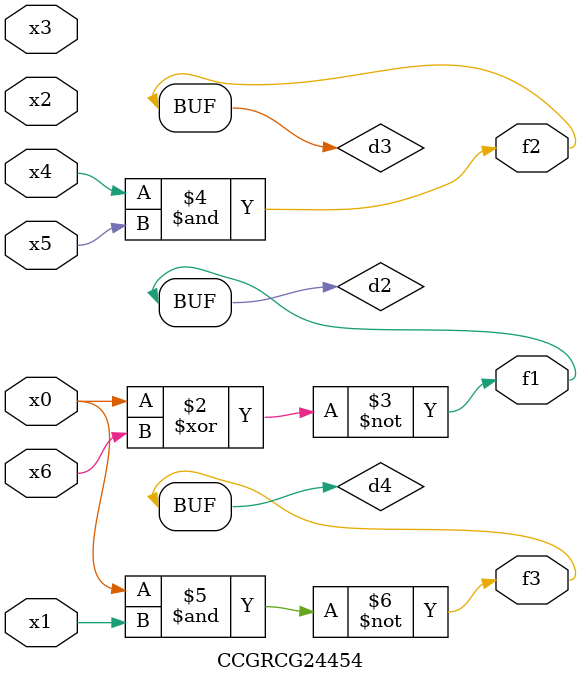
<source format=v>
module CCGRCG24454(
	input x0, x1, x2, x3, x4, x5, x6,
	output f1, f2, f3
);

	wire d1, d2, d3, d4;

	nor (d1, x0);
	xnor (d2, x0, x6);
	and (d3, x4, x5);
	nand (d4, x0, x1);
	assign f1 = d2;
	assign f2 = d3;
	assign f3 = d4;
endmodule

</source>
